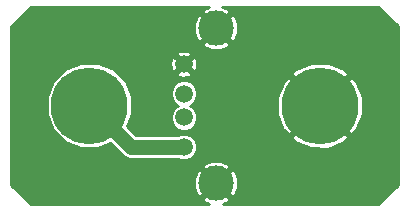
<source format=gbl>
G04 #@! TF.FileFunction,Copper,L2,Bot,Signal*
%FSLAX46Y46*%
G04 Gerber Fmt 4.6, Leading zero omitted, Abs format (unit mm)*
G04 Created by KiCad (PCBNEW 4.0.7) date 12/19/17 23:32:23*
%MOMM*%
%LPD*%
G01*
G04 APERTURE LIST*
%ADD10C,0.100000*%
%ADD11C,6.500000*%
%ADD12C,1.500000*%
%ADD13C,3.000000*%
%ADD14C,0.600000*%
%ADD15C,1.270000*%
%ADD16C,0.250000*%
%ADD17C,0.254000*%
G04 APERTURE END LIST*
D10*
D11*
X159750000Y-100000000D03*
X140250000Y-100000000D03*
D12*
X148250000Y-96500000D03*
X148250000Y-99000000D03*
X148250000Y-101000000D03*
X148250000Y-103500000D03*
D13*
X150960000Y-93430000D03*
X150960000Y-106570000D03*
D14*
X140000000Y-108000000D03*
X145000000Y-108000000D03*
X134000000Y-98000000D03*
X134000000Y-103000000D03*
X135000000Y-107000000D03*
X145000000Y-92000000D03*
X135000000Y-93000000D03*
X155000000Y-92000000D03*
X160000000Y-92000000D03*
X165000000Y-93000000D03*
X166000000Y-98000000D03*
X166000000Y-103000000D03*
X165000000Y-107000000D03*
X160000000Y-108000000D03*
X155000000Y-108000000D03*
D15*
X148250000Y-103500000D02*
X143750000Y-103500000D01*
X143750000Y-103500000D02*
X140250000Y-100000000D01*
D16*
X135000000Y-107000000D02*
X136000000Y-108000000D01*
X136000000Y-108000000D02*
X140000000Y-108000000D01*
X134000000Y-98000000D02*
X134000000Y-103000000D01*
X145000000Y-92000000D02*
X143000000Y-94000000D01*
X143000000Y-94000000D02*
X136000000Y-94000000D01*
X136000000Y-94000000D02*
X135000000Y-93000000D01*
X155000000Y-92000000D02*
X160000000Y-92000000D01*
X165000000Y-93000000D02*
X166000000Y-94000000D01*
X166000000Y-94000000D02*
X166000000Y-98000000D01*
X166000000Y-103000000D02*
X166000000Y-106000000D01*
X166000000Y-106000000D02*
X165000000Y-107000000D01*
X160000000Y-108000000D02*
X155000000Y-108000000D01*
D17*
G36*
X149937935Y-91807183D02*
X149764162Y-92054556D01*
X150960000Y-93250395D01*
X152155838Y-92054556D01*
X151982065Y-91807183D01*
X151511522Y-91627000D01*
X164697394Y-91627000D01*
X166373000Y-93302606D01*
X166373000Y-106697394D01*
X164697394Y-108373000D01*
X151547065Y-108373000D01*
X151982065Y-108192817D01*
X152155838Y-107945444D01*
X150960000Y-106749605D01*
X149764162Y-107945444D01*
X149937935Y-108192817D01*
X150408478Y-108373000D01*
X135302606Y-108373000D01*
X133627000Y-106697394D01*
X133627000Y-106246760D01*
X149069585Y-106246760D01*
X149089786Y-106994796D01*
X149337183Y-107592065D01*
X149584556Y-107765838D01*
X150780395Y-106570000D01*
X151139605Y-106570000D01*
X152335444Y-107765838D01*
X152582817Y-107592065D01*
X152850415Y-106893240D01*
X152830214Y-106145204D01*
X152582817Y-105547935D01*
X152335444Y-105374162D01*
X151139605Y-106570000D01*
X150780395Y-106570000D01*
X149584556Y-105374162D01*
X149337183Y-105547935D01*
X149069585Y-106246760D01*
X133627000Y-106246760D01*
X133627000Y-105194556D01*
X149764162Y-105194556D01*
X150960000Y-106390395D01*
X152155838Y-105194556D01*
X151982065Y-104947183D01*
X151283240Y-104679585D01*
X150535204Y-104699786D01*
X149937935Y-104947183D01*
X149764162Y-105194556D01*
X133627000Y-105194556D01*
X133627000Y-100719082D01*
X136618372Y-100719082D01*
X137169994Y-102054109D01*
X138190519Y-103076417D01*
X139524581Y-103630368D01*
X140969082Y-103631628D01*
X142013318Y-103200158D01*
X143031579Y-104218420D01*
X143251821Y-104365581D01*
X143361194Y-104438662D01*
X143750000Y-104516000D01*
X147747565Y-104516000D01*
X148024043Y-104630804D01*
X148473983Y-104631196D01*
X148889823Y-104459375D01*
X149208256Y-104141497D01*
X149380804Y-103725957D01*
X149381196Y-103276017D01*
X149209375Y-102860177D01*
X148988259Y-102638674D01*
X157290932Y-102638674D01*
X157677966Y-103067976D01*
X159009753Y-103627374D01*
X160454237Y-103634537D01*
X161791507Y-103088374D01*
X161822034Y-103067976D01*
X162209068Y-102638674D01*
X159750000Y-100179605D01*
X157290932Y-102638674D01*
X148988259Y-102638674D01*
X148891497Y-102541744D01*
X148475957Y-102369196D01*
X148026017Y-102368804D01*
X147747220Y-102484000D01*
X144170841Y-102484000D01*
X143449619Y-101762778D01*
X143880368Y-100725419D01*
X143881628Y-99280918D01*
X143858103Y-99223983D01*
X147118804Y-99223983D01*
X147290625Y-99639823D01*
X147608503Y-99958256D01*
X147708766Y-99999889D01*
X147610177Y-100040625D01*
X147291744Y-100358503D01*
X147119196Y-100774043D01*
X147118804Y-101223983D01*
X147290625Y-101639823D01*
X147608503Y-101958256D01*
X148024043Y-102130804D01*
X148473983Y-102131196D01*
X148889823Y-101959375D01*
X149208256Y-101641497D01*
X149380804Y-101225957D01*
X149381196Y-100776017D01*
X149351538Y-100704237D01*
X156115463Y-100704237D01*
X156661626Y-102041507D01*
X156682024Y-102072034D01*
X157111326Y-102459068D01*
X159570395Y-100000000D01*
X159929605Y-100000000D01*
X162388674Y-102459068D01*
X162817976Y-102072034D01*
X163377374Y-100740247D01*
X163384537Y-99295763D01*
X162838374Y-97958493D01*
X162817976Y-97927966D01*
X162388674Y-97540932D01*
X159929605Y-100000000D01*
X159570395Y-100000000D01*
X157111326Y-97540932D01*
X156682024Y-97927966D01*
X156122626Y-99259753D01*
X156115463Y-100704237D01*
X149351538Y-100704237D01*
X149209375Y-100360177D01*
X148891497Y-100041744D01*
X148791234Y-100000111D01*
X148889823Y-99959375D01*
X149208256Y-99641497D01*
X149380804Y-99225957D01*
X149381196Y-98776017D01*
X149209375Y-98360177D01*
X148891497Y-98041744D01*
X148475957Y-97869196D01*
X148026017Y-97868804D01*
X147610177Y-98040625D01*
X147291744Y-98358503D01*
X147119196Y-98774043D01*
X147118804Y-99223983D01*
X143858103Y-99223983D01*
X143330006Y-97945891D01*
X142717631Y-97332446D01*
X147597159Y-97332446D01*
X147679059Y-97501898D01*
X148105930Y-97644123D01*
X148554733Y-97612164D01*
X148820941Y-97501898D01*
X148888882Y-97361326D01*
X157290932Y-97361326D01*
X159750000Y-99820395D01*
X162209068Y-97361326D01*
X161822034Y-96932024D01*
X160490247Y-96372626D01*
X159045763Y-96365463D01*
X157708493Y-96911626D01*
X157677966Y-96932024D01*
X157290932Y-97361326D01*
X148888882Y-97361326D01*
X148902841Y-97332446D01*
X148250000Y-96679605D01*
X147597159Y-97332446D01*
X142717631Y-97332446D01*
X142309481Y-96923583D01*
X140975419Y-96369632D01*
X139530918Y-96368372D01*
X138195891Y-96919994D01*
X137173583Y-97940519D01*
X136619632Y-99274581D01*
X136618372Y-100719082D01*
X133627000Y-100719082D01*
X133627000Y-96355930D01*
X147105877Y-96355930D01*
X147137836Y-96804733D01*
X147248102Y-97070941D01*
X147417554Y-97152841D01*
X148070395Y-96500000D01*
X148429605Y-96500000D01*
X149082446Y-97152841D01*
X149251898Y-97070941D01*
X149394123Y-96644070D01*
X149362164Y-96195267D01*
X149251898Y-95929059D01*
X149082446Y-95847159D01*
X148429605Y-96500000D01*
X148070395Y-96500000D01*
X147417554Y-95847159D01*
X147248102Y-95929059D01*
X147105877Y-96355930D01*
X133627000Y-96355930D01*
X133627000Y-95667554D01*
X147597159Y-95667554D01*
X148250000Y-96320395D01*
X148902841Y-95667554D01*
X148820941Y-95498102D01*
X148394070Y-95355877D01*
X147945267Y-95387836D01*
X147679059Y-95498102D01*
X147597159Y-95667554D01*
X133627000Y-95667554D01*
X133627000Y-94805444D01*
X149764162Y-94805444D01*
X149937935Y-95052817D01*
X150636760Y-95320415D01*
X151384796Y-95300214D01*
X151982065Y-95052817D01*
X152155838Y-94805444D01*
X150960000Y-93609605D01*
X149764162Y-94805444D01*
X133627000Y-94805444D01*
X133627000Y-93302606D01*
X133822846Y-93106760D01*
X149069585Y-93106760D01*
X149089786Y-93854796D01*
X149337183Y-94452065D01*
X149584556Y-94625838D01*
X150780395Y-93430000D01*
X151139605Y-93430000D01*
X152335444Y-94625838D01*
X152582817Y-94452065D01*
X152850415Y-93753240D01*
X152830214Y-93005204D01*
X152582817Y-92407935D01*
X152335444Y-92234162D01*
X151139605Y-93430000D01*
X150780395Y-93430000D01*
X149584556Y-92234162D01*
X149337183Y-92407935D01*
X149069585Y-93106760D01*
X133822846Y-93106760D01*
X135302606Y-91627000D01*
X150372935Y-91627000D01*
X149937935Y-91807183D01*
X149937935Y-91807183D01*
G37*
X149937935Y-91807183D02*
X149764162Y-92054556D01*
X150960000Y-93250395D01*
X152155838Y-92054556D01*
X151982065Y-91807183D01*
X151511522Y-91627000D01*
X164697394Y-91627000D01*
X166373000Y-93302606D01*
X166373000Y-106697394D01*
X164697394Y-108373000D01*
X151547065Y-108373000D01*
X151982065Y-108192817D01*
X152155838Y-107945444D01*
X150960000Y-106749605D01*
X149764162Y-107945444D01*
X149937935Y-108192817D01*
X150408478Y-108373000D01*
X135302606Y-108373000D01*
X133627000Y-106697394D01*
X133627000Y-106246760D01*
X149069585Y-106246760D01*
X149089786Y-106994796D01*
X149337183Y-107592065D01*
X149584556Y-107765838D01*
X150780395Y-106570000D01*
X151139605Y-106570000D01*
X152335444Y-107765838D01*
X152582817Y-107592065D01*
X152850415Y-106893240D01*
X152830214Y-106145204D01*
X152582817Y-105547935D01*
X152335444Y-105374162D01*
X151139605Y-106570000D01*
X150780395Y-106570000D01*
X149584556Y-105374162D01*
X149337183Y-105547935D01*
X149069585Y-106246760D01*
X133627000Y-106246760D01*
X133627000Y-105194556D01*
X149764162Y-105194556D01*
X150960000Y-106390395D01*
X152155838Y-105194556D01*
X151982065Y-104947183D01*
X151283240Y-104679585D01*
X150535204Y-104699786D01*
X149937935Y-104947183D01*
X149764162Y-105194556D01*
X133627000Y-105194556D01*
X133627000Y-100719082D01*
X136618372Y-100719082D01*
X137169994Y-102054109D01*
X138190519Y-103076417D01*
X139524581Y-103630368D01*
X140969082Y-103631628D01*
X142013318Y-103200158D01*
X143031579Y-104218420D01*
X143251821Y-104365581D01*
X143361194Y-104438662D01*
X143750000Y-104516000D01*
X147747565Y-104516000D01*
X148024043Y-104630804D01*
X148473983Y-104631196D01*
X148889823Y-104459375D01*
X149208256Y-104141497D01*
X149380804Y-103725957D01*
X149381196Y-103276017D01*
X149209375Y-102860177D01*
X148988259Y-102638674D01*
X157290932Y-102638674D01*
X157677966Y-103067976D01*
X159009753Y-103627374D01*
X160454237Y-103634537D01*
X161791507Y-103088374D01*
X161822034Y-103067976D01*
X162209068Y-102638674D01*
X159750000Y-100179605D01*
X157290932Y-102638674D01*
X148988259Y-102638674D01*
X148891497Y-102541744D01*
X148475957Y-102369196D01*
X148026017Y-102368804D01*
X147747220Y-102484000D01*
X144170841Y-102484000D01*
X143449619Y-101762778D01*
X143880368Y-100725419D01*
X143881628Y-99280918D01*
X143858103Y-99223983D01*
X147118804Y-99223983D01*
X147290625Y-99639823D01*
X147608503Y-99958256D01*
X147708766Y-99999889D01*
X147610177Y-100040625D01*
X147291744Y-100358503D01*
X147119196Y-100774043D01*
X147118804Y-101223983D01*
X147290625Y-101639823D01*
X147608503Y-101958256D01*
X148024043Y-102130804D01*
X148473983Y-102131196D01*
X148889823Y-101959375D01*
X149208256Y-101641497D01*
X149380804Y-101225957D01*
X149381196Y-100776017D01*
X149351538Y-100704237D01*
X156115463Y-100704237D01*
X156661626Y-102041507D01*
X156682024Y-102072034D01*
X157111326Y-102459068D01*
X159570395Y-100000000D01*
X159929605Y-100000000D01*
X162388674Y-102459068D01*
X162817976Y-102072034D01*
X163377374Y-100740247D01*
X163384537Y-99295763D01*
X162838374Y-97958493D01*
X162817976Y-97927966D01*
X162388674Y-97540932D01*
X159929605Y-100000000D01*
X159570395Y-100000000D01*
X157111326Y-97540932D01*
X156682024Y-97927966D01*
X156122626Y-99259753D01*
X156115463Y-100704237D01*
X149351538Y-100704237D01*
X149209375Y-100360177D01*
X148891497Y-100041744D01*
X148791234Y-100000111D01*
X148889823Y-99959375D01*
X149208256Y-99641497D01*
X149380804Y-99225957D01*
X149381196Y-98776017D01*
X149209375Y-98360177D01*
X148891497Y-98041744D01*
X148475957Y-97869196D01*
X148026017Y-97868804D01*
X147610177Y-98040625D01*
X147291744Y-98358503D01*
X147119196Y-98774043D01*
X147118804Y-99223983D01*
X143858103Y-99223983D01*
X143330006Y-97945891D01*
X142717631Y-97332446D01*
X147597159Y-97332446D01*
X147679059Y-97501898D01*
X148105930Y-97644123D01*
X148554733Y-97612164D01*
X148820941Y-97501898D01*
X148888882Y-97361326D01*
X157290932Y-97361326D01*
X159750000Y-99820395D01*
X162209068Y-97361326D01*
X161822034Y-96932024D01*
X160490247Y-96372626D01*
X159045763Y-96365463D01*
X157708493Y-96911626D01*
X157677966Y-96932024D01*
X157290932Y-97361326D01*
X148888882Y-97361326D01*
X148902841Y-97332446D01*
X148250000Y-96679605D01*
X147597159Y-97332446D01*
X142717631Y-97332446D01*
X142309481Y-96923583D01*
X140975419Y-96369632D01*
X139530918Y-96368372D01*
X138195891Y-96919994D01*
X137173583Y-97940519D01*
X136619632Y-99274581D01*
X136618372Y-100719082D01*
X133627000Y-100719082D01*
X133627000Y-96355930D01*
X147105877Y-96355930D01*
X147137836Y-96804733D01*
X147248102Y-97070941D01*
X147417554Y-97152841D01*
X148070395Y-96500000D01*
X148429605Y-96500000D01*
X149082446Y-97152841D01*
X149251898Y-97070941D01*
X149394123Y-96644070D01*
X149362164Y-96195267D01*
X149251898Y-95929059D01*
X149082446Y-95847159D01*
X148429605Y-96500000D01*
X148070395Y-96500000D01*
X147417554Y-95847159D01*
X147248102Y-95929059D01*
X147105877Y-96355930D01*
X133627000Y-96355930D01*
X133627000Y-95667554D01*
X147597159Y-95667554D01*
X148250000Y-96320395D01*
X148902841Y-95667554D01*
X148820941Y-95498102D01*
X148394070Y-95355877D01*
X147945267Y-95387836D01*
X147679059Y-95498102D01*
X147597159Y-95667554D01*
X133627000Y-95667554D01*
X133627000Y-94805444D01*
X149764162Y-94805444D01*
X149937935Y-95052817D01*
X150636760Y-95320415D01*
X151384796Y-95300214D01*
X151982065Y-95052817D01*
X152155838Y-94805444D01*
X150960000Y-93609605D01*
X149764162Y-94805444D01*
X133627000Y-94805444D01*
X133627000Y-93302606D01*
X133822846Y-93106760D01*
X149069585Y-93106760D01*
X149089786Y-93854796D01*
X149337183Y-94452065D01*
X149584556Y-94625838D01*
X150780395Y-93430000D01*
X151139605Y-93430000D01*
X152335444Y-94625838D01*
X152582817Y-94452065D01*
X152850415Y-93753240D01*
X152830214Y-93005204D01*
X152582817Y-92407935D01*
X152335444Y-92234162D01*
X151139605Y-93430000D01*
X150780395Y-93430000D01*
X149584556Y-92234162D01*
X149337183Y-92407935D01*
X149069585Y-93106760D01*
X133822846Y-93106760D01*
X135302606Y-91627000D01*
X150372935Y-91627000D01*
X149937935Y-91807183D01*
M02*

</source>
